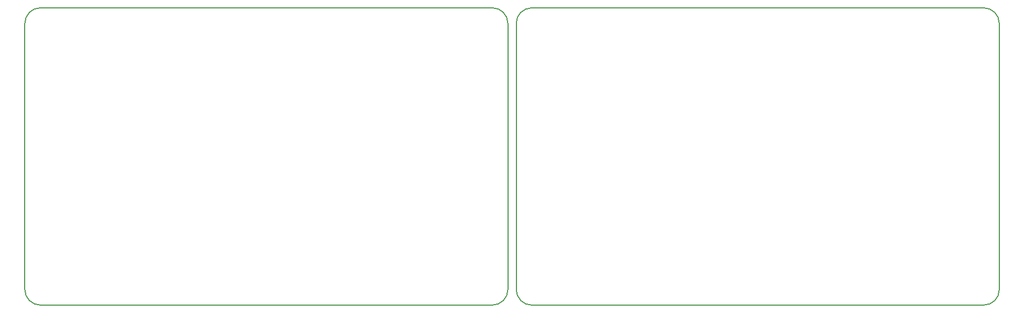
<source format=gbr>
G04 #@! TF.GenerationSoftware,KiCad,Pcbnew,5.0.0*
G04 #@! TF.CreationDate,2018-08-30T01:52:46+01:00*
G04 #@! TF.ProjectId,test,746573742E6B696361645F7063620000,rev?*
G04 #@! TF.SameCoordinates,Original*
G04 #@! TF.FileFunction,Profile,NP*
%FSLAX46Y46*%
G04 Gerber Fmt 4.6, Leading zero omitted, Abs format (unit mm)*
G04 Created by KiCad (PCBNEW 5.0.0) date Thu Aug 30 01:52:46 2018*
%MOMM*%
%LPD*%
G01*
G04 APERTURE LIST*
%ADD10C,0.150000*%
G04 APERTURE END LIST*
D10*
X90100000Y-14600000D02*
X90100000Y-57600000D01*
X14600000Y-12100000D02*
X87600000Y-12100000D01*
X12100000Y-57600000D02*
X12100000Y-14600000D01*
X87600000Y-60100000D02*
X14600000Y-60100000D01*
X12100000Y-14600000D02*
G75*
G02X14600000Y-12100000I2500000J0D01*
G01*
X14600000Y-60100000D02*
G75*
G02X12100000Y-57600000I0J2500000D01*
G01*
X90100000Y-57600000D02*
G75*
G02X87600000Y-60100000I-2500000J0D01*
G01*
X87600000Y-12100000D02*
G75*
G02X90100000Y-14600000I0J-2500000D01*
G01*
X169450000Y-57600000D02*
X169450000Y-14600000D01*
X93950000Y-60100000D02*
X166950000Y-60100000D01*
X91450000Y-14600000D02*
X91450000Y-57600000D01*
X166950000Y-12100000D02*
X93950000Y-12100000D01*
X91450000Y-14600000D02*
G75*
G02X93950000Y-12100000I2500000J0D01*
G01*
X93950000Y-60100000D02*
G75*
G02X91450000Y-57600000I0J2500000D01*
G01*
X169450000Y-57600000D02*
G75*
G02X166950000Y-60100000I-2500000J0D01*
G01*
X166950000Y-12100000D02*
G75*
G02X169450000Y-14600000I0J-2500000D01*
G01*
M02*

</source>
